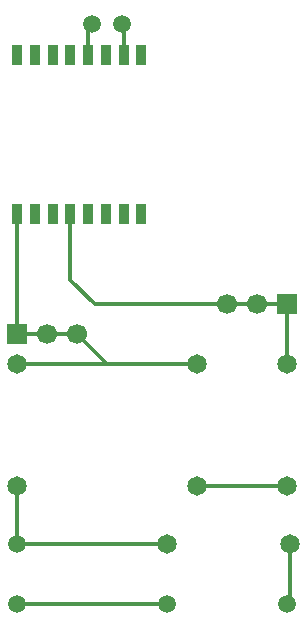
<source format=gbr>
G04 DipTrace 3.3.1.3*
G04 Top.gbr*
%MOMM*%
G04 #@! TF.FileFunction,Copper,L1,Top*
G04 #@! TF.Part,Single*
%AMOUTLINE0*
4,1,4,
0.85,-0.85,
-0.85,-0.85,
-0.85,0.85,
0.85,0.85,
0.85,-0.85,
0*%
G04 #@! TA.AperFunction,Conductor*
%ADD13C,0.33*%
G04 #@! TA.AperFunction,ComponentPad*
%ADD14C,1.65*%
%ADD15R,0.9X1.75*%
G04 #@! TA.AperFunction,ComponentPad*
%ADD16C,1.5*%
%ADD17R,1.7X1.7*%
%ADD18C,1.7*%
%ADD33OUTLINE0*%
%FSLAX35Y35*%
G04*
G71*
G90*
G75*
G01*
G04 Top*
%LPD*%
X2016000Y3540000D2*
D13*
X1762000D1*
X1508000D1*
Y4556000D2*
Y3540000D1*
Y3286000D2*
X3032000D1*
X2270000D1*
X2016000Y3540000D1*
X1958000Y4556000D2*
Y4002000D1*
X2166000Y3794000D1*
X3286000D1*
X3540000D1*
X3794000D1*
Y3286000D2*
Y3794000D1*
X3032000Y2251000D2*
X3794000D1*
X1508000Y1254000D2*
X2778000D1*
X2408000Y5906000D2*
Y6153000D1*
X2391000Y6170000D1*
X1508000Y2251000D2*
Y1762000D1*
X2778000D1*
X3813000D2*
Y1273000D1*
X3794000Y1254000D1*
X2108000Y5906000D2*
Y6141000D1*
X2137000Y6170000D1*
D14*
X2778000Y1762000D3*
X3813000D3*
D15*
X1508000Y4556000D3*
X1658000D3*
X1808000D3*
X1958000D3*
X2108000D3*
X2258000D3*
X2408000D3*
X2558000D3*
Y5906000D3*
X2408000D3*
X2258000D3*
X2108000D3*
X1958000D3*
X1808000D3*
X1658000D3*
X1508000D3*
D16*
X2137000Y6170000D3*
X3794000Y1254000D3*
X2391000Y6170000D3*
X1508000Y1762000D3*
Y1254000D3*
D17*
Y3540000D3*
D18*
X1762000D3*
X2016000D3*
D33*
X3794000Y3794000D3*
D18*
X3540000D3*
X3286000D3*
D14*
X1508000Y3286000D3*
Y2251000D3*
X3032000Y3286000D3*
Y2251000D3*
X3794000Y3286000D3*
Y2251000D3*
D16*
X2778000Y1254000D3*
M02*

</source>
